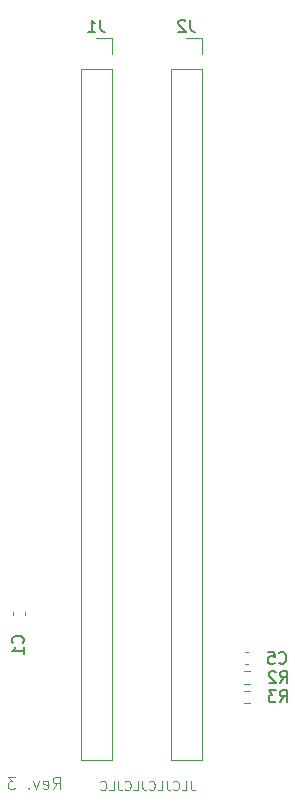
<source format=gbr>
G04 #@! TF.GenerationSoftware,KiCad,Pcbnew,8.0.4+dfsg-1*
G04 #@! TF.CreationDate,2025-02-22T20:37:06+09:00*
G04 #@! TF.ProjectId,bionic-tms9981-dcdc,62696f6e-6963-42d7-946d-73393938312d,3*
G04 #@! TF.SameCoordinates,Original*
G04 #@! TF.FileFunction,Legend,Bot*
G04 #@! TF.FilePolarity,Positive*
%FSLAX46Y46*%
G04 Gerber Fmt 4.6, Leading zero omitted, Abs format (unit mm)*
G04 Created by KiCad (PCBNEW 8.0.4+dfsg-1) date 2025-02-22 20:37:06*
%MOMM*%
%LPD*%
G01*
G04 APERTURE LIST*
%ADD10C,0.125000*%
%ADD11C,0.100000*%
%ADD12C,0.150000*%
%ADD13C,0.120000*%
G04 APERTURE END LIST*
D10*
X106204240Y-137308119D02*
X106537573Y-136831928D01*
X106775668Y-137308119D02*
X106775668Y-136308119D01*
X106775668Y-136308119D02*
X106394716Y-136308119D01*
X106394716Y-136308119D02*
X106299478Y-136355738D01*
X106299478Y-136355738D02*
X106251859Y-136403357D01*
X106251859Y-136403357D02*
X106204240Y-136498595D01*
X106204240Y-136498595D02*
X106204240Y-136641452D01*
X106204240Y-136641452D02*
X106251859Y-136736690D01*
X106251859Y-136736690D02*
X106299478Y-136784309D01*
X106299478Y-136784309D02*
X106394716Y-136831928D01*
X106394716Y-136831928D02*
X106775668Y-136831928D01*
X105394716Y-137260500D02*
X105489954Y-137308119D01*
X105489954Y-137308119D02*
X105680430Y-137308119D01*
X105680430Y-137308119D02*
X105775668Y-137260500D01*
X105775668Y-137260500D02*
X105823287Y-137165261D01*
X105823287Y-137165261D02*
X105823287Y-136784309D01*
X105823287Y-136784309D02*
X105775668Y-136689071D01*
X105775668Y-136689071D02*
X105680430Y-136641452D01*
X105680430Y-136641452D02*
X105489954Y-136641452D01*
X105489954Y-136641452D02*
X105394716Y-136689071D01*
X105394716Y-136689071D02*
X105347097Y-136784309D01*
X105347097Y-136784309D02*
X105347097Y-136879547D01*
X105347097Y-136879547D02*
X105823287Y-136974785D01*
X105013763Y-136641452D02*
X104775668Y-137308119D01*
X104775668Y-137308119D02*
X104537573Y-136641452D01*
X104156620Y-137212880D02*
X104109001Y-137260500D01*
X104109001Y-137260500D02*
X104156620Y-137308119D01*
X104156620Y-137308119D02*
X104204239Y-137260500D01*
X104204239Y-137260500D02*
X104156620Y-137212880D01*
X104156620Y-137212880D02*
X104156620Y-137308119D01*
X103013763Y-136308119D02*
X102394716Y-136308119D01*
X102394716Y-136308119D02*
X102728049Y-136689071D01*
X102728049Y-136689071D02*
X102585192Y-136689071D01*
X102585192Y-136689071D02*
X102489954Y-136736690D01*
X102489954Y-136736690D02*
X102442335Y-136784309D01*
X102442335Y-136784309D02*
X102394716Y-136879547D01*
X102394716Y-136879547D02*
X102394716Y-137117642D01*
X102394716Y-137117642D02*
X102442335Y-137212880D01*
X102442335Y-137212880D02*
X102489954Y-137260500D01*
X102489954Y-137260500D02*
X102585192Y-137308119D01*
X102585192Y-137308119D02*
X102870906Y-137308119D01*
X102870906Y-137308119D02*
X102966144Y-137260500D01*
X102966144Y-137260500D02*
X103013763Y-137212880D01*
D11*
X117903238Y-136620895D02*
X117903238Y-137192323D01*
X117903238Y-137192323D02*
X117941333Y-137306609D01*
X117941333Y-137306609D02*
X118017524Y-137382800D01*
X118017524Y-137382800D02*
X118131809Y-137420895D01*
X118131809Y-137420895D02*
X118208000Y-137420895D01*
X117141333Y-137420895D02*
X117522285Y-137420895D01*
X117522285Y-137420895D02*
X117522285Y-136620895D01*
X116417523Y-137344704D02*
X116455619Y-137382800D01*
X116455619Y-137382800D02*
X116569904Y-137420895D01*
X116569904Y-137420895D02*
X116646095Y-137420895D01*
X116646095Y-137420895D02*
X116760381Y-137382800D01*
X116760381Y-137382800D02*
X116836571Y-137306609D01*
X116836571Y-137306609D02*
X116874666Y-137230419D01*
X116874666Y-137230419D02*
X116912762Y-137078038D01*
X116912762Y-137078038D02*
X116912762Y-136963752D01*
X116912762Y-136963752D02*
X116874666Y-136811371D01*
X116874666Y-136811371D02*
X116836571Y-136735180D01*
X116836571Y-136735180D02*
X116760381Y-136658990D01*
X116760381Y-136658990D02*
X116646095Y-136620895D01*
X116646095Y-136620895D02*
X116569904Y-136620895D01*
X116569904Y-136620895D02*
X116455619Y-136658990D01*
X116455619Y-136658990D02*
X116417523Y-136697085D01*
X115846095Y-136620895D02*
X115846095Y-137192323D01*
X115846095Y-137192323D02*
X115884190Y-137306609D01*
X115884190Y-137306609D02*
X115960381Y-137382800D01*
X115960381Y-137382800D02*
X116074666Y-137420895D01*
X116074666Y-137420895D02*
X116150857Y-137420895D01*
X115084190Y-137420895D02*
X115465142Y-137420895D01*
X115465142Y-137420895D02*
X115465142Y-136620895D01*
X114360380Y-137344704D02*
X114398476Y-137382800D01*
X114398476Y-137382800D02*
X114512761Y-137420895D01*
X114512761Y-137420895D02*
X114588952Y-137420895D01*
X114588952Y-137420895D02*
X114703238Y-137382800D01*
X114703238Y-137382800D02*
X114779428Y-137306609D01*
X114779428Y-137306609D02*
X114817523Y-137230419D01*
X114817523Y-137230419D02*
X114855619Y-137078038D01*
X114855619Y-137078038D02*
X114855619Y-136963752D01*
X114855619Y-136963752D02*
X114817523Y-136811371D01*
X114817523Y-136811371D02*
X114779428Y-136735180D01*
X114779428Y-136735180D02*
X114703238Y-136658990D01*
X114703238Y-136658990D02*
X114588952Y-136620895D01*
X114588952Y-136620895D02*
X114512761Y-136620895D01*
X114512761Y-136620895D02*
X114398476Y-136658990D01*
X114398476Y-136658990D02*
X114360380Y-136697085D01*
X113788952Y-136620895D02*
X113788952Y-137192323D01*
X113788952Y-137192323D02*
X113827047Y-137306609D01*
X113827047Y-137306609D02*
X113903238Y-137382800D01*
X113903238Y-137382800D02*
X114017523Y-137420895D01*
X114017523Y-137420895D02*
X114093714Y-137420895D01*
X113027047Y-137420895D02*
X113407999Y-137420895D01*
X113407999Y-137420895D02*
X113407999Y-136620895D01*
X112303237Y-137344704D02*
X112341333Y-137382800D01*
X112341333Y-137382800D02*
X112455618Y-137420895D01*
X112455618Y-137420895D02*
X112531809Y-137420895D01*
X112531809Y-137420895D02*
X112646095Y-137382800D01*
X112646095Y-137382800D02*
X112722285Y-137306609D01*
X112722285Y-137306609D02*
X112760380Y-137230419D01*
X112760380Y-137230419D02*
X112798476Y-137078038D01*
X112798476Y-137078038D02*
X112798476Y-136963752D01*
X112798476Y-136963752D02*
X112760380Y-136811371D01*
X112760380Y-136811371D02*
X112722285Y-136735180D01*
X112722285Y-136735180D02*
X112646095Y-136658990D01*
X112646095Y-136658990D02*
X112531809Y-136620895D01*
X112531809Y-136620895D02*
X112455618Y-136620895D01*
X112455618Y-136620895D02*
X112341333Y-136658990D01*
X112341333Y-136658990D02*
X112303237Y-136697085D01*
X111731809Y-136620895D02*
X111731809Y-137192323D01*
X111731809Y-137192323D02*
X111769904Y-137306609D01*
X111769904Y-137306609D02*
X111846095Y-137382800D01*
X111846095Y-137382800D02*
X111960380Y-137420895D01*
X111960380Y-137420895D02*
X112036571Y-137420895D01*
X110969904Y-137420895D02*
X111350856Y-137420895D01*
X111350856Y-137420895D02*
X111350856Y-136620895D01*
X110246094Y-137344704D02*
X110284190Y-137382800D01*
X110284190Y-137382800D02*
X110398475Y-137420895D01*
X110398475Y-137420895D02*
X110474666Y-137420895D01*
X110474666Y-137420895D02*
X110588952Y-137382800D01*
X110588952Y-137382800D02*
X110665142Y-137306609D01*
X110665142Y-137306609D02*
X110703237Y-137230419D01*
X110703237Y-137230419D02*
X110741333Y-137078038D01*
X110741333Y-137078038D02*
X110741333Y-136963752D01*
X110741333Y-136963752D02*
X110703237Y-136811371D01*
X110703237Y-136811371D02*
X110665142Y-136735180D01*
X110665142Y-136735180D02*
X110588952Y-136658990D01*
X110588952Y-136658990D02*
X110474666Y-136620895D01*
X110474666Y-136620895D02*
X110398475Y-136620895D01*
X110398475Y-136620895D02*
X110284190Y-136658990D01*
X110284190Y-136658990D02*
X110246094Y-136697085D01*
D12*
X110223333Y-72204819D02*
X110223333Y-72919104D01*
X110223333Y-72919104D02*
X110270952Y-73061961D01*
X110270952Y-73061961D02*
X110366190Y-73157200D01*
X110366190Y-73157200D02*
X110509047Y-73204819D01*
X110509047Y-73204819D02*
X110604285Y-73204819D01*
X109223333Y-73204819D02*
X109794761Y-73204819D01*
X109509047Y-73204819D02*
X109509047Y-72204819D01*
X109509047Y-72204819D02*
X109604285Y-72347676D01*
X109604285Y-72347676D02*
X109699523Y-72442914D01*
X109699523Y-72442914D02*
X109794761Y-72490533D01*
X125423666Y-129967019D02*
X125756999Y-129490828D01*
X125995094Y-129967019D02*
X125995094Y-128967019D01*
X125995094Y-128967019D02*
X125614142Y-128967019D01*
X125614142Y-128967019D02*
X125518904Y-129014638D01*
X125518904Y-129014638D02*
X125471285Y-129062257D01*
X125471285Y-129062257D02*
X125423666Y-129157495D01*
X125423666Y-129157495D02*
X125423666Y-129300352D01*
X125423666Y-129300352D02*
X125471285Y-129395590D01*
X125471285Y-129395590D02*
X125518904Y-129443209D01*
X125518904Y-129443209D02*
X125614142Y-129490828D01*
X125614142Y-129490828D02*
X125995094Y-129490828D01*
X125090332Y-128967019D02*
X124471285Y-128967019D01*
X124471285Y-128967019D02*
X124804618Y-129347971D01*
X124804618Y-129347971D02*
X124661761Y-129347971D01*
X124661761Y-129347971D02*
X124566523Y-129395590D01*
X124566523Y-129395590D02*
X124518904Y-129443209D01*
X124518904Y-129443209D02*
X124471285Y-129538447D01*
X124471285Y-129538447D02*
X124471285Y-129776542D01*
X124471285Y-129776542D02*
X124518904Y-129871780D01*
X124518904Y-129871780D02*
X124566523Y-129919400D01*
X124566523Y-129919400D02*
X124661761Y-129967019D01*
X124661761Y-129967019D02*
X124947475Y-129967019D01*
X124947475Y-129967019D02*
X125042713Y-129919400D01*
X125042713Y-129919400D02*
X125090332Y-129871780D01*
X125372866Y-126620580D02*
X125420485Y-126668200D01*
X125420485Y-126668200D02*
X125563342Y-126715819D01*
X125563342Y-126715819D02*
X125658580Y-126715819D01*
X125658580Y-126715819D02*
X125801437Y-126668200D01*
X125801437Y-126668200D02*
X125896675Y-126572961D01*
X125896675Y-126572961D02*
X125944294Y-126477723D01*
X125944294Y-126477723D02*
X125991913Y-126287247D01*
X125991913Y-126287247D02*
X125991913Y-126144390D01*
X125991913Y-126144390D02*
X125944294Y-125953914D01*
X125944294Y-125953914D02*
X125896675Y-125858676D01*
X125896675Y-125858676D02*
X125801437Y-125763438D01*
X125801437Y-125763438D02*
X125658580Y-125715819D01*
X125658580Y-125715819D02*
X125563342Y-125715819D01*
X125563342Y-125715819D02*
X125420485Y-125763438D01*
X125420485Y-125763438D02*
X125372866Y-125811057D01*
X124468104Y-125715819D02*
X124944294Y-125715819D01*
X124944294Y-125715819D02*
X124991913Y-126192009D01*
X124991913Y-126192009D02*
X124944294Y-126144390D01*
X124944294Y-126144390D02*
X124849056Y-126096771D01*
X124849056Y-126096771D02*
X124610961Y-126096771D01*
X124610961Y-126096771D02*
X124515723Y-126144390D01*
X124515723Y-126144390D02*
X124468104Y-126192009D01*
X124468104Y-126192009D02*
X124420485Y-126287247D01*
X124420485Y-126287247D02*
X124420485Y-126525342D01*
X124420485Y-126525342D02*
X124468104Y-126620580D01*
X124468104Y-126620580D02*
X124515723Y-126668200D01*
X124515723Y-126668200D02*
X124610961Y-126715819D01*
X124610961Y-126715819D02*
X124849056Y-126715819D01*
X124849056Y-126715819D02*
X124944294Y-126668200D01*
X124944294Y-126668200D02*
X124991913Y-126620580D01*
X117843333Y-72204819D02*
X117843333Y-72919104D01*
X117843333Y-72919104D02*
X117890952Y-73061961D01*
X117890952Y-73061961D02*
X117986190Y-73157200D01*
X117986190Y-73157200D02*
X118129047Y-73204819D01*
X118129047Y-73204819D02*
X118224285Y-73204819D01*
X117414761Y-72300057D02*
X117367142Y-72252438D01*
X117367142Y-72252438D02*
X117271904Y-72204819D01*
X117271904Y-72204819D02*
X117033809Y-72204819D01*
X117033809Y-72204819D02*
X116938571Y-72252438D01*
X116938571Y-72252438D02*
X116890952Y-72300057D01*
X116890952Y-72300057D02*
X116843333Y-72395295D01*
X116843333Y-72395295D02*
X116843333Y-72490533D01*
X116843333Y-72490533D02*
X116890952Y-72633390D01*
X116890952Y-72633390D02*
X117462380Y-73204819D01*
X117462380Y-73204819D02*
X116843333Y-73204819D01*
X103645580Y-124951333D02*
X103693200Y-124903714D01*
X103693200Y-124903714D02*
X103740819Y-124760857D01*
X103740819Y-124760857D02*
X103740819Y-124665619D01*
X103740819Y-124665619D02*
X103693200Y-124522762D01*
X103693200Y-124522762D02*
X103597961Y-124427524D01*
X103597961Y-124427524D02*
X103502723Y-124379905D01*
X103502723Y-124379905D02*
X103312247Y-124332286D01*
X103312247Y-124332286D02*
X103169390Y-124332286D01*
X103169390Y-124332286D02*
X102978914Y-124379905D01*
X102978914Y-124379905D02*
X102883676Y-124427524D01*
X102883676Y-124427524D02*
X102788438Y-124522762D01*
X102788438Y-124522762D02*
X102740819Y-124665619D01*
X102740819Y-124665619D02*
X102740819Y-124760857D01*
X102740819Y-124760857D02*
X102788438Y-124903714D01*
X102788438Y-124903714D02*
X102836057Y-124951333D01*
X103740819Y-125903714D02*
X103740819Y-125332286D01*
X103740819Y-125618000D02*
X102740819Y-125618000D01*
X102740819Y-125618000D02*
X102883676Y-125522762D01*
X102883676Y-125522762D02*
X102978914Y-125427524D01*
X102978914Y-125427524D02*
X103026533Y-125332286D01*
X125449066Y-128341419D02*
X125782399Y-127865228D01*
X126020494Y-128341419D02*
X126020494Y-127341419D01*
X126020494Y-127341419D02*
X125639542Y-127341419D01*
X125639542Y-127341419D02*
X125544304Y-127389038D01*
X125544304Y-127389038D02*
X125496685Y-127436657D01*
X125496685Y-127436657D02*
X125449066Y-127531895D01*
X125449066Y-127531895D02*
X125449066Y-127674752D01*
X125449066Y-127674752D02*
X125496685Y-127769990D01*
X125496685Y-127769990D02*
X125544304Y-127817609D01*
X125544304Y-127817609D02*
X125639542Y-127865228D01*
X125639542Y-127865228D02*
X126020494Y-127865228D01*
X125068113Y-127436657D02*
X125020494Y-127389038D01*
X125020494Y-127389038D02*
X124925256Y-127341419D01*
X124925256Y-127341419D02*
X124687161Y-127341419D01*
X124687161Y-127341419D02*
X124591923Y-127389038D01*
X124591923Y-127389038D02*
X124544304Y-127436657D01*
X124544304Y-127436657D02*
X124496685Y-127531895D01*
X124496685Y-127531895D02*
X124496685Y-127627133D01*
X124496685Y-127627133D02*
X124544304Y-127769990D01*
X124544304Y-127769990D02*
X125115732Y-128341419D01*
X125115732Y-128341419D02*
X124496685Y-128341419D01*
D13*
X108560000Y-76350000D02*
X111220000Y-76350000D01*
X108560000Y-134830000D02*
X108560000Y-76350000D01*
X108560000Y-134830000D02*
X111220000Y-134830000D01*
X109890000Y-73750000D02*
X111220000Y-73750000D01*
X111220000Y-73750000D02*
X111220000Y-75080000D01*
X111220000Y-134830000D02*
X111220000Y-76350000D01*
X122870124Y-129015100D02*
X122360676Y-129015100D01*
X122870124Y-130060100D02*
X122360676Y-130060100D01*
X122469133Y-125751000D02*
X122761667Y-125751000D01*
X122469133Y-126771000D02*
X122761667Y-126771000D01*
X116180000Y-76350000D02*
X118840000Y-76350000D01*
X116180000Y-134830000D02*
X116180000Y-76350000D01*
X116180000Y-134830000D02*
X118840000Y-134830000D01*
X117510000Y-73750000D02*
X118840000Y-73750000D01*
X118840000Y-73750000D02*
X118840000Y-75080000D01*
X118840000Y-134830000D02*
X118840000Y-76350000D01*
X102826800Y-122330133D02*
X102826800Y-122622667D01*
X103846800Y-122330133D02*
X103846800Y-122622667D01*
X122360676Y-127364100D02*
X122870124Y-127364100D01*
X122360676Y-128409100D02*
X122870124Y-128409100D01*
M02*

</source>
